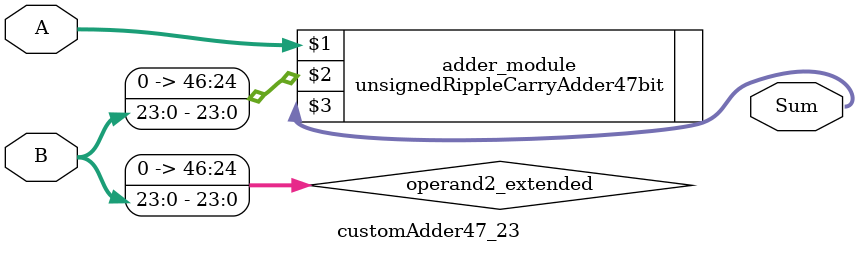
<source format=v>
module customAdder47_23(
                        input [46 : 0] A,
                        input [23 : 0] B,
                        
                        output [47 : 0] Sum
                );

        wire [46 : 0] operand2_extended;
        
        assign operand2_extended =  {23'b0, B};
        
        unsignedRippleCarryAdder47bit adder_module(
            A,
            operand2_extended,
            Sum
        );
        
        endmodule
        
</source>
